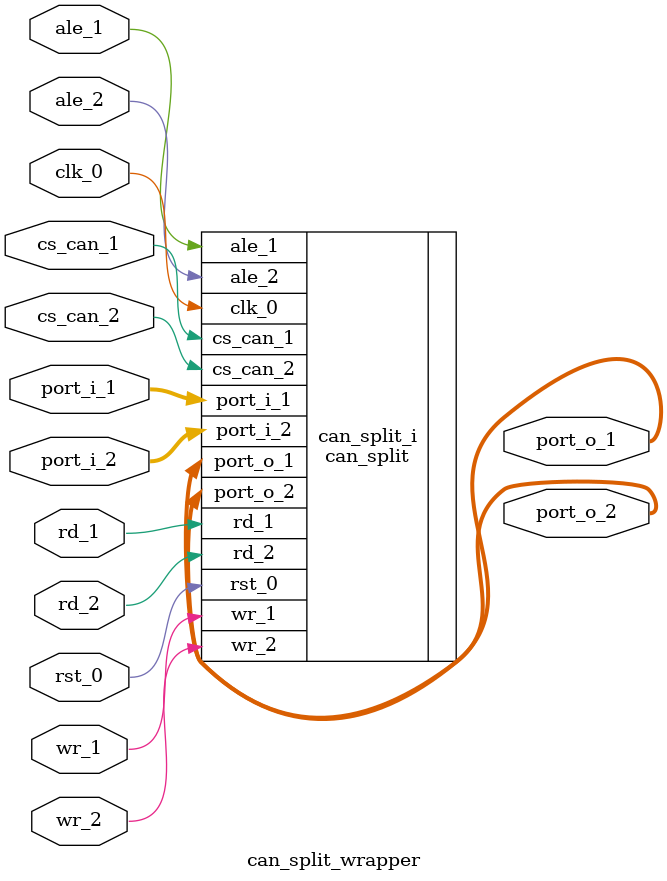
<source format=v>
`timescale 1 ps / 1 ps

module can_split_wrapper
   (ale_1,
    ale_2,
    clk_0,
    cs_can_1,
    cs_can_2,
    port_i_1,
    port_i_2,
    port_o_1,
    port_o_2,
    rd_1,
    rd_2,
    rst_0,
    wr_1,
    wr_2);
  input ale_1;
  input ale_2;
  input clk_0;
  input cs_can_1;
  input cs_can_2;
  input [7:0]port_i_1;
  input [7:0]port_i_2;
  output [7:0]port_o_1;
  output [7:0]port_o_2;
  input rd_1;
  input rd_2;
  input rst_0;
  input wr_1;
  input wr_2;

  wire ale_1;
  wire ale_2;
  wire clk_0;
  wire cs_can_1;
  wire cs_can_2;
  wire [7:0]port_i_1;
  wire [7:0]port_i_2;
  wire [7:0]port_o_1;
  wire [7:0]port_o_2;
  wire rd_1;
  wire rd_2;
  wire rst_0;
  wire wr_1;
  wire wr_2;

  can_split can_split_i
       (.ale_1(ale_1),
        .ale_2(ale_2),
        .clk_0(clk_0),
        .cs_can_1(cs_can_1),
        .cs_can_2(cs_can_2),
        .port_i_1(port_i_1),
        .port_i_2(port_i_2),
        .port_o_1(port_o_1),
        .port_o_2(port_o_2),
        .rd_1(rd_1),
        .rd_2(rd_2),
        .rst_0(rst_0),
        .wr_1(wr_1),
        .wr_2(wr_2));
endmodule

</source>
